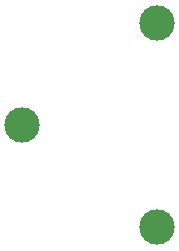
<source format=gbr>
%TF.GenerationSoftware,Altium Limited,Altium Designer,25.1.2 (22)*%
G04 Layer_Color=0*
%FSLAX45Y45*%
%MOMM*%
%TF.SameCoordinates,757FA7A9-4291-4AF8-8684-A19F9D108C22*%
%TF.FilePolarity,Positive*%
%TF.FileFunction,NonPlated,1,2,NPTH,Drill*%
%TF.Part,Single*%
G01*
G75*
%TA.AperFunction,ComponentDrill*%
%ADD42C,2.99000*%
D42*
X4838700Y4062600D02*
D03*
Y5792600D02*
D03*
X3695700Y4927600D02*
D03*
%TF.MD5,e68a5cb450aab137ea708ec0eeec81c2*%
M02*

</source>
